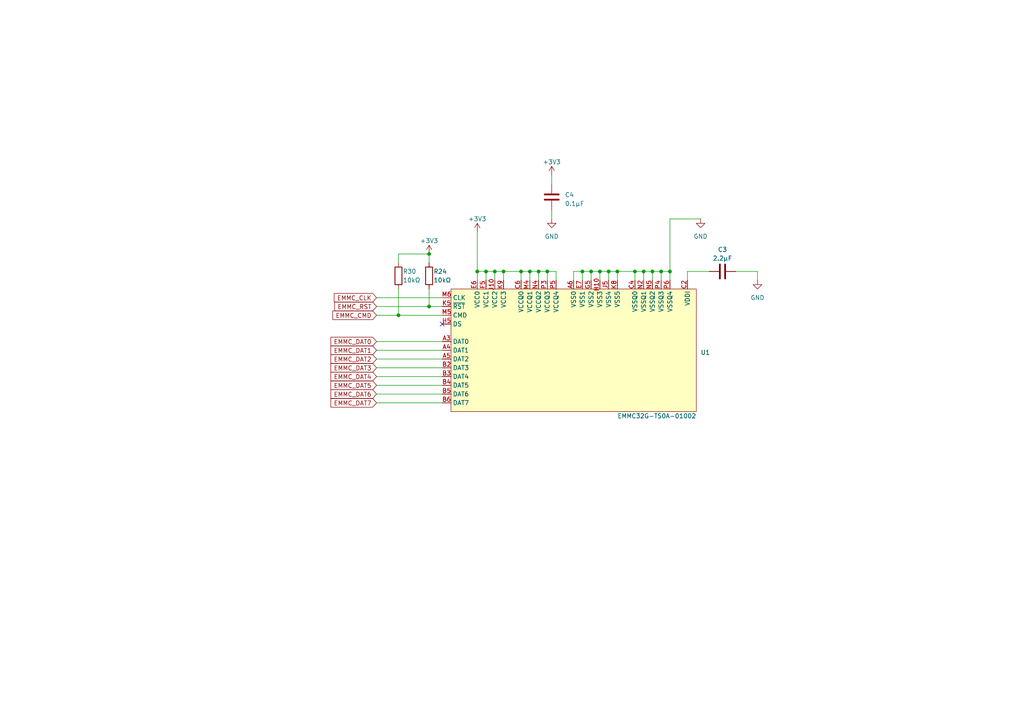
<source format=kicad_sch>
(kicad_sch (version 20250114) (generator "eeschema") (generator_version "9.0")
  (paper "A4")
  (lib_symbols
    (symbol "Device:C" (pin_numbers (hide yes)) (pin_names (offset 0.254))
      (property "Reference" "C" (at 0.635 2.54 0))
      (property "Value" "C" (at 0.635 -2.54 0))
      (symbol "C_0_1"
        (polyline (pts (xy -2.032 0.762) (xy 2.032 0.762)) (stroke (width 0.508)))
        (polyline (pts (xy -2.032 -0.762) (xy 2.032 -0.762)) (stroke (width 0.508)))
      )
      (symbol "C_1_1"
        (pin passive line (at 0 3.81 270) (length 2.794) (name "~") (number "1"))
        (pin passive line (at 0 -3.81 90) (length 2.794) (name "~") (number "2"))
      )
    )
    (symbol "Device:R" (pin_numbers (hide yes)) (pin_names (offset 0))
      (property "Reference" "R" (at 2.032 0 90))
      (property "Value" "R" (at 0 0 90))
      (symbol "R_0_1"
        (rectangle (start -1.016 -2.54) (end 1.016 2.54) (stroke (width 0.254)))
      )
      (symbol "R_1_1"
        (pin passive line (at 0 3.81 270) (length 1.27) (name "~") (number "1"))
        (pin passive line (at 0 -3.81 90) (length 1.27) (name "~") (number "2"))
      )
    )
    (symbol "Kingston:EMMC32G-TS0A-01002"
      (property "Reference" "U" (at 72.39 -34.29 0))
      (symbol "EMMC32G-TS0A-01002_1_1"
        (rectangle (start 0 0) (end 71.12 -35.56) (fill (type background)))
        (pin input line (at -2.54 -2.54 0) (length 2.54) (name "CLK") (number "M6"))
        (pin input line (at -2.54 -5.08 0) (length 2.54) (name "~{RST}") (number "K5"))
        (pin bidirectional line (at -2.54 -7.62 0) (length 2.54) (name "CMD") (number "M5"))
        (pin output line (at -2.54 -10.16 0) (length 2.54) (name "DS") (number "H5"))
        (pin bidirectional line (at -2.54 -15.24 0) (length 2.54) (name "DAT0") (number "A3"))
        (pin bidirectional line (at -2.54 -17.78 0) (length 2.54) (name "DAT1") (number "A4"))
        (pin bidirectional line (at -2.54 -20.32 0) (length 2.54) (name "DAT2") (number "A5"))
        (pin bidirectional line (at -2.54 -22.86 0) (length 2.54) (name "DAT3") (number "B2"))
        (pin bidirectional line (at -2.54 -25.4 0) (length 2.54) (name "DAT4") (number "B3"))
        (pin bidirectional line (at -2.54 -27.94 0) (length 2.54) (name "DAT5") (number "B4"))
        (pin bidirectional line (at -2.54 -30.48 0) (length 2.54) (name "DAT6") (number "B5"))
        (pin bidirectional line (at -2.54 -33.02 0) (length 2.54) (name "DAT7") (number "B6"))
        (pin power_in line (at 7.62 2.54 270) (length 2.54) (name "VCC0") (number "E6"))
        (pin power_in line (at 10.16 2.54 270) (length 2.54) (name "VCC1") (number "F5"))
        (pin power_in line (at 12.7 2.54 270) (length 2.54) (name "VCC2") (number "J10"))
        (pin power_in line (at 15.24 2.54 270) (length 2.54) (name "VCC3") (number "K9"))
        (pin power_in line (at 20.32 2.54 270) (length 2.54) (name "VCCQ0") (number "C6"))
        (pin power_in line (at 22.86 2.54 270) (length 2.54) (name "VCCQ1") (number "M4"))
        (pin power_in line (at 25.4 2.54 270) (length 2.54) (name "VCCQ2") (number "N4"))
        (pin power_in line (at 27.94 2.54 270) (length 2.54) (name "VCCQ3") (number "P3"))
        (pin power_in line (at 30.48 2.54 270) (length 2.54) (name "VCCQ4") (number "P5"))
        (pin power_in line (at 35.56 2.54 270) (length 2.54) (name "VSS0") (number "A6"))
        (pin power_in line (at 38.1 2.54 270) (length 2.54) (name "VSS1") (number "E7"))
        (pin power_in line (at 40.64 2.54 270) (length 2.54) (name "VSS2") (number "G5"))
        (pin power_in line (at 43.18 2.54 270) (length 2.54) (name "VSS3") (number "H10"))
        (pin power_in line (at 45.72 2.54 270) (length 2.54) (name "VSS4") (number "J5"))
        (pin power_in line (at 48.26 2.54 270) (length 2.54) (name "VSS5") (number "K8"))
        (pin power_in line (at 53.34 2.54 270) (length 2.54) (name "VSSQ0") (number "C4"))
        (pin power_in line (at 55.88 2.54 270) (length 2.54) (name "VSSQ1") (number "N2"))
        (pin power_in line (at 58.42 2.54 270) (length 2.54) (name "VSSQ2") (number "N5"))
        (pin power_in line (at 60.96 2.54 270) (length 2.54) (name "VSSQ3") (number "P4"))
        (pin power_in line (at 63.5 2.54 270) (length 2.54) (name "VSSQ4") (number "P6"))
        (pin input line (at 68.58 2.54 270) (length 2.54) (name "VDDI") (number "C2"))
      )
    )
    (symbol "power:+3V3" (power) (pin_numbers (hide yes)) (pin_names (offset 0) (hide yes))
      (property "Value" "+3V3" (at 0 3.556 0))
      (symbol "+3V3_0_1"
        (polyline (pts (xy -0.762 1.27) (xy 0 2.54)))
        (polyline (pts (xy 0 2.54) (xy 0.762 1.27)))
        (polyline (pts (xy 0 0) (xy 0 2.54)))
      )
      (symbol "+3V3_1_1"
        (pin power_in line (at 0 0 90) (length 0) (name "~") (number "1"))
      )
    )
    (symbol "power:GND" (power) (pin_numbers (hide yes)) (pin_names (offset 0) (hide yes))
      (property "Value" "GND" (at 0 -3.81 0))
      (symbol "GND_0_1"
        (polyline (pts (xy 0 0) (xy 0 -1.27) (xy 1.27 -1.27) (xy 0 -2.54) (xy -1.27 -1.27) (xy 0 -1.27)))
      )
      (symbol "GND_1_1"
        (pin power_in line (at 0 0 270) (length 0) (name "~") (number "1"))
      )
    )
  )
  (junction (at 168.91 78.74))
  (junction (at 186.69 78.74))
  (junction (at 173.99 78.74))
  (junction (at 153.67 78.74))
  (junction (at 179.07 78.74))
  (junction (at 140.97 78.74))
  (junction (at 124.46 73.66))
  (junction (at 176.53 78.74))
  (junction (at 115.57 91.44))
  (junction (at 151.13 78.74))
  (junction (at 191.77 78.74))
  (junction (at 189.23 78.74))
  (junction (at 158.75 78.74))
  (junction (at 124.46 88.9))
  (junction (at 156.21 78.74))
  (junction (at 146.05 78.74))
  (junction (at 194.31 78.74))
  (junction (at 184.15 78.74))
  (junction (at 138.43 78.74))
  (junction (at 143.51 78.74))
  (junction (at 171.45 78.74))
  (no_connect (at 128.27 93.98))
  (wire (pts (xy 115.57 91.44) (xy 128.27 91.44)))
  (wire (pts (xy 151.13 78.74) (xy 151.13 81.28)))
  (wire (pts (xy 140.97 78.74) (xy 140.97 81.28)))
  (wire (pts (xy 186.69 78.74) (xy 186.69 81.28)))
  (wire (pts (xy 109.22 114.3) (xy 128.27 114.3)))
  (wire (pts (xy 156.21 78.74) (xy 156.21 81.28)))
  (wire (pts (xy 171.45 78.74) (xy 171.45 81.28)))
  (wire (pts (xy 184.15 78.74) (xy 186.69 78.74)))
  (wire (pts (xy 173.99 78.74) (xy 176.53 78.74)))
  (wire (pts (xy 138.43 78.74) (xy 138.43 81.28)))
  (wire (pts (xy 140.97 78.74) (xy 143.51 78.74)))
  (wire (pts (xy 176.53 78.74) (xy 176.53 81.28)))
  (wire (pts (xy 158.75 78.74) (xy 158.75 81.28)))
  (wire (pts (xy 153.67 78.74) (xy 153.67 81.28)))
  (wire (pts (xy 109.22 88.9) (xy 124.46 88.9)))
  (wire (pts (xy 143.51 78.74) (xy 143.51 81.28)))
  (wire (pts (xy 160.02 50.8) (xy 160.02 53.34)))
  (wire (pts (xy 151.13 78.74) (xy 153.67 78.74)))
  (wire (pts (xy 219.71 78.74) (xy 219.71 81.28)))
  (wire (pts (xy 109.22 109.22) (xy 128.27 109.22)))
  (wire (pts (xy 153.67 78.74) (xy 156.21 78.74)))
  (wire (pts (xy 189.23 78.74) (xy 191.77 78.74)))
  (wire (pts (xy 199.39 81.28) (xy 199.39 78.74)))
  (wire (pts (xy 189.23 78.74) (xy 189.23 81.28)))
  (wire (pts (xy 168.91 78.74) (xy 168.91 81.28)))
  (wire (pts (xy 191.77 78.74) (xy 194.31 78.74)))
  (wire (pts (xy 179.07 78.74) (xy 184.15 78.74)))
  (wire (pts (xy 146.05 78.74) (xy 146.05 81.28)))
  (wire (pts (xy 160.02 60.96) (xy 160.02 63.5)))
  (wire (pts (xy 194.31 78.74) (xy 194.31 63.5)))
  (wire (pts (xy 194.31 63.5) (xy 203.2 63.5)))
  (wire (pts (xy 158.75 78.74) (xy 161.29 78.74)))
  (wire (pts (xy 115.57 76.2) (xy 115.57 73.66)))
  (wire (pts (xy 184.15 78.74) (xy 184.15 81.28)))
  (wire (pts (xy 199.39 78.74) (xy 205.74 78.74)))
  (wire (pts (xy 179.07 78.74) (xy 179.07 81.28)))
  (wire (pts (xy 213.36 78.74) (xy 219.71 78.74)))
  (wire (pts (xy 171.45 78.74) (xy 173.99 78.74)))
  (wire (pts (xy 124.46 83.82) (xy 124.46 88.9)))
  (wire (pts (xy 124.46 73.66) (xy 124.46 76.2)))
  (wire (pts (xy 168.91 78.74) (xy 171.45 78.74)))
  (wire (pts (xy 109.22 116.84) (xy 128.27 116.84)))
  (wire (pts (xy 115.57 83.82) (xy 115.57 91.44)))
  (wire (pts (xy 173.99 78.74) (xy 173.99 81.28)))
  (wire (pts (xy 109.22 99.06) (xy 128.27 99.06)))
  (wire (pts (xy 109.22 104.14) (xy 128.27 104.14)))
  (wire (pts (xy 166.37 78.74) (xy 166.37 81.28)))
  (wire (pts (xy 109.22 111.76) (xy 128.27 111.76)))
  (wire (pts (xy 138.43 78.74) (xy 140.97 78.74)))
  (wire (pts (xy 166.37 78.74) (xy 168.91 78.74)))
  (wire (pts (xy 115.57 73.66) (xy 124.46 73.66)))
  (wire (pts (xy 156.21 78.74) (xy 158.75 78.74)))
  (wire (pts (xy 143.51 78.74) (xy 146.05 78.74)))
  (wire (pts (xy 109.22 101.6) (xy 128.27 101.6)))
  (wire (pts (xy 138.43 67.31) (xy 138.43 78.74)))
  (wire (pts (xy 194.31 78.74) (xy 194.31 81.28)))
  (wire (pts (xy 161.29 78.74) (xy 161.29 81.28)))
  (wire (pts (xy 146.05 78.74) (xy 151.13 78.74)))
  (wire (pts (xy 186.69 78.74) (xy 189.23 78.74)))
  (wire (pts (xy 191.77 78.74) (xy 191.77 81.28)))
  (wire (pts (xy 109.22 91.44) (xy 115.57 91.44)))
  (wire (pts (xy 124.46 88.9) (xy 128.27 88.9)))
  (wire (pts (xy 109.22 86.36) (xy 128.27 86.36)))
  (wire (pts (xy 176.53 78.74) (xy 179.07 78.74)))
  (wire (pts (xy 109.22 106.68) (xy 128.27 106.68)))
  (global_label "EMMC_DAT1" (shape input) (at 109.22 101.6 180) (property "Intersheetrefs" "${INTERSHEET_REFS}" (effects (hide yes))))
  (global_label "EMMC_DAT6" (shape input) (at 109.22 114.3 180) (property "Intersheetrefs" "${INTERSHEET_REFS}" (effects (hide yes))))
  (global_label "EMMC_RST" (shape input) (at 109.22 88.9 180) (property "Intersheetrefs" "${INTERSHEET_REFS}" (effects (hide yes))))
  (global_label "EMMC_CLK" (shape input) (at 109.22 86.36 180) (property "Intersheetrefs" "${INTERSHEET_REFS}" (effects (hide yes))))
  (global_label "EMMC_DAT5" (shape input) (at 109.22 111.76 180) (property "Intersheetrefs" "${INTERSHEET_REFS}" (effects (hide yes))))
  (global_label "EMMC_DAT7" (shape input) (at 109.22 116.84 180) (property "Intersheetrefs" "${INTERSHEET_REFS}" (effects (hide yes))))
  (global_label "EMMC_DAT3" (shape input) (at 109.22 106.68 180) (property "Intersheetrefs" "${INTERSHEET_REFS}" (effects (hide yes))))
  (global_label "EMMC_DAT2" (shape input) (at 109.22 104.14 180) (property "Intersheetrefs" "${INTERSHEET_REFS}" (effects (hide yes))))
  (global_label "EMMC_CMD" (shape input) (at 109.22 91.44 180) (property "Intersheetrefs" "${INTERSHEET_REFS}" (effects (hide yes))))
  (global_label "EMMC_DAT4" (shape input) (at 109.22 109.22 180) (property "Intersheetrefs" "${INTERSHEET_REFS}" (effects (hide yes))))
  (global_label "EMMC_DAT0" (shape input) (at 109.22 99.06 180) (property "Intersheetrefs" "${INTERSHEET_REFS}" (effects (hide yes))))
  (symbol (lib_id "Device:R") (at 115.57 80.01 0) (unit 1)
    (property "Reference" "R30" (at 116.84 78.74 0) (effects (justify left)))
    (property "Value" "10kΩ" (at 116.84 81.28 0) (effects (justify left)))
    (property "Footprint" "Resistor_SMD:R_0402_1005Metric" (effects (hide yes)))
  )
  (symbol (lib_id "Device:C") (at 209.55 78.74 90) (unit 1)
    (property "Reference" "C3" (at 209.55 72.39 90))
    (property "Value" "2.2µF" (at 209.55 74.93 90))
    (property "Footprint" "Capacitor_SMD:C_0402_1005Metric" (effects (hide yes)))
  )
  (symbol (lib_id "Kingston:EMMC32G-TS0A-01002") (at 130.81 83.82 0) (unit 1)
    (property "Reference" "U1" (at 203.2 102.235 0) (effects (justify left)))
    (property "Value" "EMMC32G-TS0A-01002" (at 190.5 120.65 0))
    (property "Footprint" "EMMC32G-TS0A-01002:BGA153C50P14X14_1150X1300X100" (effects (hide yes)))
  )
  (symbol (lib_id "power:GND") (at 203.2 63.5 0) (unit 1)
    (property "Reference" "#PWR08" (effects (hide yes)))
    (property "Value" "GND" (at 203.2 68.58 0))
    (property "Description" "Power symbol creates a global label with name \"GND\" , ground" (effects (hide yes)))
  )
  (symbol (lib_id "power:+3V3") (at 138.43 67.31 0) (unit 1)
    (property "Reference" "#PWR09" (effects (hide yes)))
    (property "Value" "+3V3" (at 138.43 63.5 0))
    (property "Description" "Power symbol creates a global label with name \"+3V3\"" (effects (hide yes)))
  )
  (symbol (lib_id "power:+3V3") (at 124.46 73.66 0) (unit 1)
    (property "Reference" "#PWR0137" (effects (hide yes)))
    (property "Value" "+3V3" (at 124.46 69.85 0))
    (property "Description" "Power symbol creates a global label with name \"+3V3\"" (effects (hide yes)))
  )
  (symbol (lib_id "power:GND") (at 160.02 63.5 0) (unit 1)
    (property "Reference" "#PWR010" (effects (hide yes)))
    (property "Value" "GND" (at 160.02 68.58 0))
    (property "Description" "Power symbol creates a global label with name \"GND\" , ground" (effects (hide yes)))
  )
  (symbol (lib_id "power:+3V3") (at 160.02 50.8 0) (unit 1)
    (property "Reference" "#PWR011" (effects (hide yes)))
    (property "Value" "+3V3" (at 160.02 46.99 0))
    (property "Description" "Power symbol creates a global label with name \"+3V3\"" (effects (hide yes)))
  )
  (symbol (lib_id "Device:R") (at 124.46 80.01 0) (unit 1)
    (property "Reference" "R24" (at 125.73 78.74 0) (effects (justify left)))
    (property "Value" "10kΩ" (at 125.73 81.28 0) (effects (justify left)))
    (property "Footprint" "Resistor_SMD:R_0402_1005Metric" (effects (hide yes)))
  )
  (symbol (lib_id "power:GND") (at 219.71 81.28 0) (unit 1)
    (property "Reference" "#PWR07" (effects (hide yes)))
    (property "Value" "GND" (at 219.71 86.36 0))
    (property "Description" "Power symbol creates a global label with name \"GND\" , ground" (effects (hide yes)))
  )
  (symbol (lib_id "Device:C") (at 160.02 57.15 0) (unit 1)
    (property "Reference" "C4" (at 163.83 56.515 0) (effects (justify left)))
    (property "Value" "0.1µF" (at 163.83 59.055 0) (effects (justify left)))
    (property "Footprint" "Capacitor_SMD:C_0402_1005Metric" (effects (hide yes)))
  )
)
</source>
